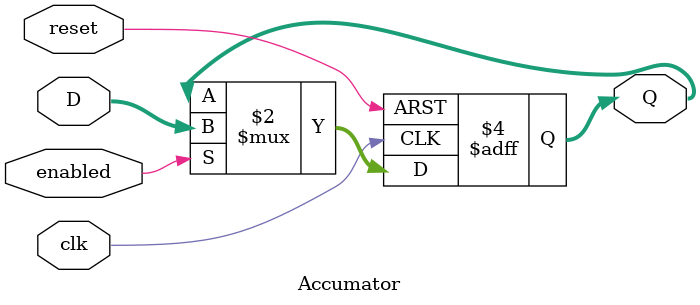
<source format=v>
module Accumator (input clk, reset, enabled, input [3:0] D, output reg [3:0] Q);

    always @ (posedge clk, posedge reset)
        if (reset)
            Q <= 4'b0000;
        else if (enabled)
            Q <= D;

endmodule

</source>
